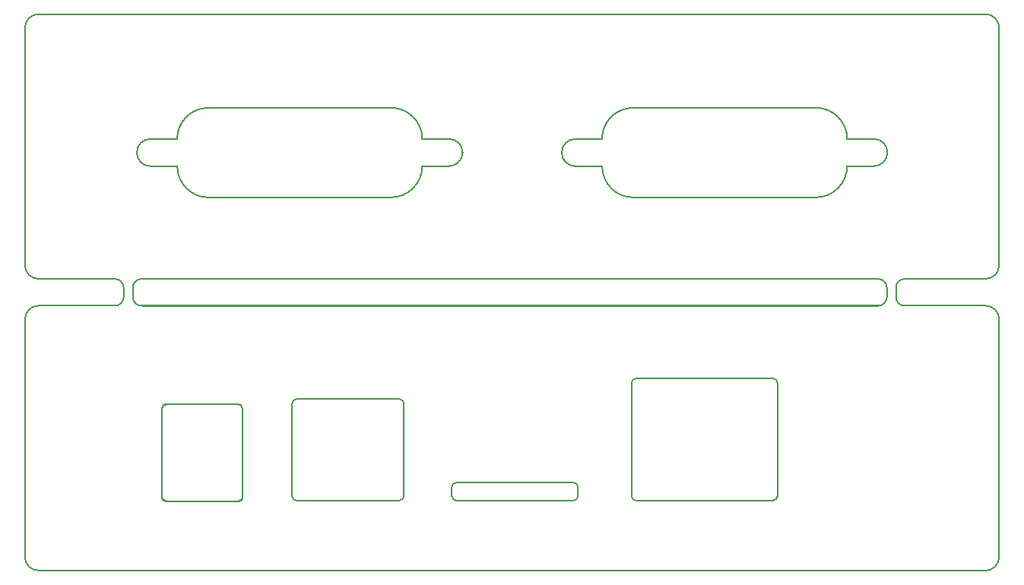
<source format=gbr>
%FSLAX36Y36*%
%MOMM*%
G04 EasyPC Gerber Version 18.0.8 Build 3632 *
%ADD10C,0.02540*%
%ADD11C,0.12700*%
X0Y0D02*
D02*
D10*
X52937700Y67936500D02*
G75*
G03X52012700Y67011500J-925000D01*
G01*
Y65911500*
G75*
G03X53037700Y64886500I1025000*
G01*
X135012700*
G75*
G03X136012700Y65886500J1000000*
G01*
Y66961500*
G75*
G03X135037700Y67936500I-975000*
G01*
X52937700*
X53952700Y83501500D02*
G75*
G03X52462700Y82011500J-1490000D01*
G01*
Y81971500*
G75*
G03X53952700Y80481500I1490000*
G01*
X56952700*
G75*
G03X60452700Y76981500I3500000*
G01*
X80782700*
G75*
G03X84282700Y80481500J3500000*
G01*
X87272700*
G75*
G03X88762700Y81971500J1490000*
G01*
Y82041500*
G75*
G03X87302700Y83501500I-1460000*
G01*
X84272700*
G75*
G03X80782700Y86991500I-3490000*
G01*
X60442700*
G75*
G03X56952700Y83501500J-3490000*
G01*
X53952700*
X55262700Y43711500D02*
G75*
G03X55762700Y43211500I500000D01*
G01*
X63762700*
G75*
G03X64262700Y43711500J500000*
G01*
Y53511500*
G75*
G03X63762700Y54011500I-500000*
G01*
X55712700*
G75*
G03X55262700Y53561500J-450000*
G01*
Y43711500*
X70262700Y54511500D02*
G75*
G03X69762700Y54011500J-500000D01*
G01*
Y43711500*
G75*
G03X70262700Y43211500I500000*
G01*
X81712700*
G75*
G03X82212700Y43711500J500000*
G01*
Y54011500*
G75*
G03X81712700Y54511500I-500000*
G01*
X70262700*
X88062700Y45211500D02*
G75*
G03X87562700Y44711500J-500000D01*
G01*
Y43711500*
G75*
G03X88062700Y43211500I500000*
G01*
X101112700*
G75*
G03X101612700Y43711500J500000*
G01*
Y44711500*
G75*
G03X101112700Y45211500I-500000*
G01*
X88062700*
X101262700Y83501500D02*
G75*
G03X99772700Y82011500J-1490000D01*
G01*
Y81971500*
G75*
G03X101262700Y80481500I1490000*
G01*
X104262700*
G75*
G03X107762700Y76981500I3500000*
G01*
X128092700*
G75*
G03X131592700Y80481500J3500000*
G01*
X134582700*
G75*
G03X136072700Y81971500J1490000*
G01*
Y82041500*
G75*
G03X134612700Y83501500I-1460000*
G01*
X131582700*
G75*
G03X128092700Y86991500I-3490000*
G01*
X107752700*
G75*
G03X104262700Y83501500J-3490000*
G01*
X101262700*
X108062700Y56811500D02*
G75*
G03X107562700Y56311500J-500000D01*
G01*
Y43711500*
G75*
G03X108062700Y43211500I500000*
G01*
X123312700*
G75*
G03X123812700Y43711500J500000*
G01*
Y56311500*
G75*
G03X123312700Y56811500I-500000*
G01*
X108062700*
D02*
D11*
X41512700Y97411500D02*
G75*
G03X40012700Y95911500J-1500000D01*
G01*
Y69411500*
G75*
G03X41512700Y67911500I1500000*
G01*
X50012700*
G75*
G02X51012700Y66911500J-1000000*
G01*
Y65911500*
G75*
G02X50012700Y64911500I-1000000*
G01*
X41512700*
G75*
G03X40012700Y63411500J-1500000*
G01*
Y36911500*
G75*
G03X41512700Y35411500I1500000*
G01*
X147012700*
G75*
G03X148512700Y36911500J1500000*
G01*
Y63411500*
G75*
G03X147012700Y64911500I-1500000*
G01*
X138012700*
G75*
G02X137012700Y65911500J1000000*
G01*
Y66911500*
G75*
G02X138012700Y67911500I1000000*
G01*
X147012700*
G75*
G03X148512700Y69411500J1500000*
G01*
Y95911500*
G75*
G03X147012700Y97411500I-1500000*
G01*
X41512700*
X53012700Y67911500D02*
G75*
G03X52012700Y66911500J-1000000D01*
G01*
Y65911500*
G75*
G03X53012700Y64911500I1000000*
G01*
X135012700*
G75*
G03X136012700Y65911500J1000000*
G01*
Y66911500*
G75*
G03X135012700Y67911500I-1000000*
G01*
X53012700*
X55762700Y53911500D02*
G75*
G03X55262700Y53411500J-500000D01*
G01*
Y43511500*
G75*
G03X55662700Y43111500I400000*
G01*
X63862700*
G75*
G03X64262700Y43511500J400000*
G01*
Y53411500*
G75*
G03X63762700Y53911500I-500000*
G01*
X55762700*
X60441700Y86976500D02*
G75*
G03X56957300Y83492100J-3484400D01*
G01*
X53962700*
G75*
G03X52474700Y82004100J-1488000*
G01*
Y81954500*
G75*
G03X53956500Y80472700I1481800*
G01*
X56975900*
Y80460300*
G75*
G03X60447900Y76988300I3472000*
G01*
X80765300*
G75*
G03X84262100Y80485100J3496800*
G01*
X87269100*
G75*
G03X88750900Y81966900J1481800*
G01*
Y82022700*
G75*
G03X87275300Y83498300I-1475600*
G01*
X84262100*
G75*
G03X80783900Y86976500I-3478200*
G01*
X60441700*
X70262700Y54511500D02*
G75*
G03X69762700Y54011500J-500000D01*
G01*
Y43711500*
G75*
G03X70262700Y43211500I500000*
G01*
X81712700*
G75*
G03X82212700Y43711500J500000*
G01*
Y54011500*
G75*
G03X81712700Y54511500I-500000*
G01*
X70262700*
X88062700Y45211500D02*
G75*
G03X87562700Y44711500J-500000D01*
G01*
Y43711500*
G75*
G03X88062700Y43211500I500000*
G01*
X101112700*
G75*
G03X101612700Y43711500J500000*
G01*
Y44711500*
G75*
G03X101112700Y45211500I-500000*
G01*
X88062700*
X107762700Y86976500D02*
G75*
G03X104278300Y83492100J-3484400D01*
G01*
X101283700*
G75*
G03X99795700Y82004100J-1488000*
G01*
Y81954500*
G75*
G03X101277500Y80472700I1481800*
G01*
X104296900*
Y80460300*
G75*
G03X107768900Y76988300I3472000*
G01*
X128086300*
G75*
G03X131583100Y80485100J3496800*
G01*
X134590100*
G75*
G03X136071900Y81966900J1481800*
G01*
Y82022700*
G75*
G03X134596300Y83498300I-1475600*
G01*
X131583100*
G75*
G03X128104900Y86976500I-3478200*
G01*
X107762700*
X108062700Y56811500D02*
G75*
G03X107562700Y56311500J-500000D01*
G01*
Y43711500*
G75*
G03X108062700Y43211500I500000*
G01*
X123312700*
G75*
G03X123812700Y43711500J500000*
G01*
Y56311500*
G75*
G03X123312700Y56811500I-500000*
G01*
X108062700*
X0Y0D02*
M02*

</source>
